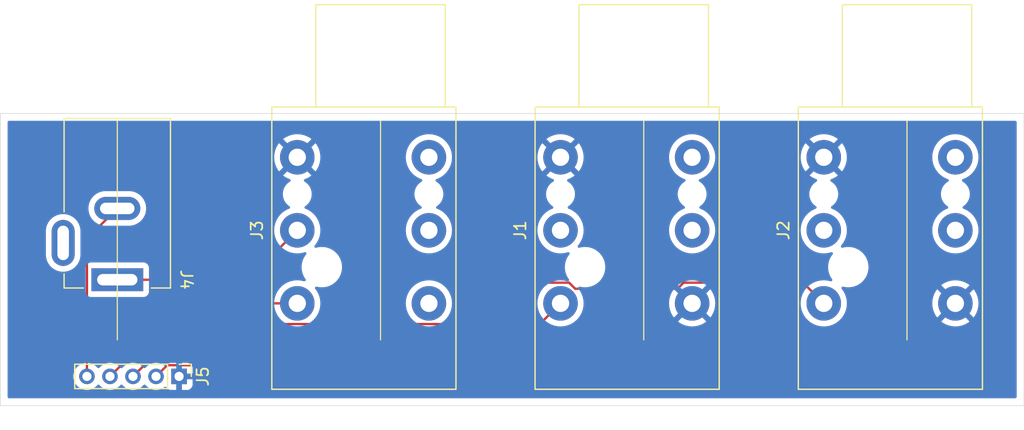
<source format=kicad_pcb>
(kicad_pcb (version 20240108) (generator "pcbnew") (generator_version "8.0")
  (layers (0 "F.Cu" signal) (31 "B.Cu" signal) (34 "B.Paste" user) (35 "F.Paste" user) (36 "B.SilkS" user "B.Silkscreen") (37 "F.SilkS" user "F.Silkscreen") (38 "B.Mask" user) (39 "F.Mask" user) (44 "Edge.Cuts" user))
  (net 0 "")
  (net 2 "GND")
  (net 4 "Net-(J5-Pin_2)")
  (net 10 "Net-(J3-PadR)")
  (net 14 "Net-(J5-Pin_3)")
  (net 15 "Net-(J5-Pin_4)")
  (net 16 "Net-(J5-Pin_5)")
  (footprint "Connector_PinHeader_2.00mm:PinHeader_1x05_P2.00mm_Vertical" (layer "F.Cu") (at 110.775 111.76 -90)
    (property "Reference" "J5" (at 0 -2.06 90) (layer "F.SilkS"))
    (property "Value" "Conn_01x05")
    (fp_line (start -1.06 9.06) (end 1.06 9.06) (stroke (width 0.12)) (layer "F.SilkS"))
    (fp_line (start -1.06 1) (end -1.06 9.06) (stroke (width 0.12)) (layer "F.SilkS"))
    (fp_line (start -1.06 1) (end 1.06 1) (stroke (width 0.12)) (layer "F.SilkS"))
    (fp_line (start 1.06 1) (end 1.06 9.06) (stroke (width 0.12)) (layer "F.SilkS"))
    (fp_line (start -1.06 0) (end -1.06 -1.06) (stroke (width 0.12)) (layer "F.SilkS"))
    (fp_line (start -1.06 -1.06) (end 0 -1.06) (stroke (width 0.12)) (layer "F.SilkS"))
    (pad "1" thru_hole rect (at 0 0 270) (size 1.35 1.35) (drill 0.8) (layers "*.Cu" "*.Mask") (net 2 "GND"))
    (pad "2" thru_hole oval (at 0 2 270) (size 1.35 1.35) (drill 0.8) (layers "*.Cu" "*.Mask") (net 4 "Net-(J5-Pin_2)"))
    (pad "3" thru_hole oval (at 0 4 270) (size 1.35 1.35) (drill 0.8) (layers "*.Cu" "*.Mask") (net 14 "Net-(J5-Pin_3)"))
    (pad "4" thru_hole oval (at 0 6 270) (size 1.35 1.35) (drill 0.8) (layers "*.Cu" "*.Mask") (net 15 "Net-(J5-Pin_4)"))
    (pad "5" thru_hole oval (at 0 8 270) (size 1.35 1.35) (drill 0.8) (layers "*.Cu" "*.Mask") (net 16 "Net-(J5-Pin_5)"))
  )
  (footprint "Connector_Audio:Jack_6.35mm_Neutrik_NRJ6HF_Horizontal" (layer "F.Cu") (at 121.04116 105.41 90)
    (property "Reference" "J3" (at 6.35 -3.5 90) (layer "F.SilkS"))
    (property "Value" "NRJ6HF")
    (fp_line (start 17.07 -2.21) (end 17.07 13.78) (stroke (width 0.12)) (layer "F.SilkS"))
    (fp_line (start -7.47 -2.21) (end 17.07 -2.21) (stroke (width 0.12)) (layer "F.SilkS"))
    (fp_line (start 25.97 1.61) (end 17.07 1.61) (stroke (width 0.12)) (layer "F.SilkS"))
    (fp_line (start 25.97 12.85) (end 25.97 1.61) (stroke (width 0.12)) (layer "F.SilkS"))
    (fp_line (start 25.97 12.85) (end 17.07 12.85) (stroke (width 0.12)) (layer "F.SilkS"))
    (fp_line (start -7.47 13.78) (end -7.47 -2.21) (stroke (width 0.12)) (layer "F.SilkS"))
    (fp_line (start -7.47 13.78) (end 17.07 13.78) (stroke (width 0.12)) (layer "F.SilkS"))
    (pad "" np_thru_hole circle (at 3.15 2.13 90) (size 3 3) (drill 3) (layers "*.Cu" "*.Mask"))
    (pad "" np_thru_hole circle (at 9.5 0 90) (size 2 2) (drill 2) (layers "*.Cu" "*.Mask"))
    (pad "" np_thru_hole circle (at 9.5 11.43 90) (size 2 2) (drill 2) (layers "*.Cu" "*.Mask"))
    (pad "R" thru_hole circle (at 6.35 0 90) (size 3 3) (drill 1.5) (layers "*.Cu" "*.Mask") (net 10 "Net-(J3-PadR)"))
    (pad "RN" thru_hole circle (at 6.35 11.43 90) (size 3 3) (drill 1.5) (layers "*.Cu" "*.Mask"))
    (pad "S" thru_hole circle (at 12.7 0 90) (size 3 3) (drill 1.5) (layers "*.Cu" "*.Mask") (net 2 "GND"))
    (pad "SN" thru_hole circle (at 12.7 11.43 90) (size 3 3) (drill 1.5) (layers "*.Cu" "*.Mask"))
    (pad "T" thru_hole circle (at 0 0 90) (size 3 3) (drill 1.5) (layers "*.Cu" "*.Mask") (net 15 "Net-(J5-Pin_4)"))
    (pad "TN" thru_hole circle (at 0 11.43 90) (size 3 3) (drill 1.5) (layers "*.Cu" "*.Mask"))
  )
  (footprint "Connector_BarrelJack:BarrelJack_Kycon_KLDX-0202-xC_Horizontal" (layer "F.Cu") (at 105.41 103.355 -90)
    (property "Reference" "J4" (at 0 -6 -90) (layer "F.SilkS"))
    (property "Value" "Barrel_Jack_Switch")
    (fp_line (start -14.02 4.62) (end -5.9 4.62) (stroke (width 0.12)) (layer "F.SilkS"))
    (fp_line (start -0.5 4.62) (end 0.72 4.62) (stroke (width 0.12)) (layer "F.SilkS"))
    (fp_line (start 0.72 4.62) (end 0.72 2.95) (stroke (width 0.12)) (layer "F.SilkS"))
    (fp_line (start 0.72 -2.95) (end 0.72 -4.62) (stroke (width 0.12)) (layer "F.SilkS"))
    (fp_line (start -14.02 -4.62) (end -14.02 4.62) (stroke (width 0.12)) (layer "F.SilkS"))
    (fp_line (start 0.72 -4.62) (end -14.02 -4.62) (stroke (width 0.12)) (layer "F.SilkS"))
    (pad "1" thru_hole rect (at 0 0 270) (size 2 4.5) (drill oval 1 3.5) (layers "*.Cu" "*.Mask") (net 10 "Net-(J3-PadR)"))
    (pad "2" thru_hole oval (at -6.2 0 270) (size 2 4) (drill oval 1 3) (layers "*.Cu" "*.Mask") (net 16 "Net-(J5-Pin_5)"))
    (pad "3" thru_hole oval (at -3.2 4.7) (size 2 4) (drill oval 1 3) (layers "*.Cu" "*.Mask"))
  )
  (footprint "Connector_Audio:Jack_6.35mm_Neutrik_NRJ6HF_Horizontal" (layer "F.Cu") (at 166.76116 105.41 90)
    (property "Reference" "J2" (at 6.35 -3.5 90) (layer "F.SilkS"))
    (property "Value" "NRJ6HF")
    (fp_line (start 17.07 -2.21) (end 17.07 13.78) (stroke (width 0.12)) (layer "F.SilkS"))
    (fp_line (start -7.47 -2.21) (end 17.07 -2.21) (stroke (width 0.12)) (layer "F.SilkS"))
    (fp_line (start 25.97 1.61) (end 17.07 1.61) (stroke (width 0.12)) (layer "F.SilkS"))
    (fp_line (start 25.97 12.85) (end 25.97 1.61) (stroke (width 0.12)) (layer "F.SilkS"))
    (fp_line (start 25.97 12.85) (end 17.07 12.85) (stroke (width 0.12)) (layer "F.SilkS"))
    (fp_line (start -7.47 13.78) (end -7.47 -2.21) (stroke (width 0.12)) (layer "F.SilkS"))
    (fp_line (start -7.47 13.78) (end 17.07 13.78) (stroke (width 0.12)) (layer "F.SilkS"))
    (pad "" np_thru_hole circle (at 3.15 2.13 90) (size 3 3) (drill 3) (layers "*.Cu" "*.Mask"))
    (pad "" np_thru_hole circle (at 9.5 0 90) (size 2 2) (drill 2) (layers "*.Cu" "*.Mask"))
    (pad "" np_thru_hole circle (at 9.5 11.43 90) (size 2 2) (drill 2) (layers "*.Cu" "*.Mask"))
    (pad "R" thru_hole circle (at 6.35 0 90) (size 3 3) (drill 1.5) (layers "*.Cu" "*.Mask"))
    (pad "RN" thru_hole circle (at 6.35 11.43 90) (size 3 3) (drill 1.5) (layers "*.Cu" "*.Mask"))
    (pad "S" thru_hole circle (at 12.7 0 90) (size 3 3) (drill 1.5) (layers "*.Cu" "*.Mask") (net 2 "GND"))
    (pad "SN" thru_hole circle (at 12.7 11.43 90) (size 3 3) (drill 1.5) (layers "*.Cu" "*.Mask"))
    (pad "T" thru_hole circle (at 0 0 90) (size 3 3) (drill 1.5) (layers "*.Cu" "*.Mask") (net 14 "Net-(J5-Pin_3)"))
    (pad "TN" thru_hole circle (at 0 11.43 90) (size 3 3) (drill 1.5) (layers "*.Cu" "*.Mask") (net 2 "GND"))
  )
  (footprint "Connector_Audio:Jack_6.35mm_Neutrik_NRJ6HF_Horizontal" (layer "F.Cu") (at 143.90116 105.41 90)
    (property "Reference" "J1" (at 6.35 -3.5 90) (layer "F.SilkS"))
    (property "Value" "NRJ6HF")
    (fp_line (start 17.07 -2.21) (end 17.07 13.78) (stroke (width 0.12)) (layer "F.SilkS"))
    (fp_line (start -7.47 -2.21) (end 17.07 -2.21) (stroke (width 0.12)) (layer "F.SilkS"))
    (fp_line (start 25.97 1.61) (end 17.07 1.61) (stroke (width 0.12)) (layer "F.SilkS"))
    (fp_line (start 25.97 12.85) (end 25.97 1.61) (stroke (width 0.12)) (layer "F.SilkS"))
    (fp_line (start 25.97 12.85) (end 17.07 12.85) (stroke (width 0.12)) (layer "F.SilkS"))
    (fp_line (start -7.47 13.78) (end -7.47 -2.21) (stroke (width 0.12)) (layer "F.SilkS"))
    (fp_line (start -7.47 13.78) (end 17.07 13.78) (stroke (width 0.12)) (layer "F.SilkS"))
    (pad "" np_thru_hole circle (at 3.15 2.13 90) (size 3 3) (drill 3) (layers "*.Cu" "*.Mask"))
    (pad "" np_thru_hole circle (at 9.5 0 90) (size 2 2) (drill 2) (layers "*.Cu" "*.Mask"))
    (pad "" np_thru_hole circle (at 9.5 11.43 90) (size 2 2) (drill 2) (layers "*.Cu" "*.Mask"))
    (pad "R" thru_hole circle (at 6.35 0 90) (size 3 3) (drill 1.5) (layers "*.Cu" "*.Mask"))
    (pad "RN" thru_hole circle (at 6.35 11.43 90) (size 3 3) (drill 1.5) (layers "*.Cu" "*.Mask"))
    (pad "S" thru_hole circle (at 12.7 0 90) (size 3 3) (drill 1.5) (layers "*.Cu" "*.Mask") (net 2 "GND"))
    (pad "SN" thru_hole circle (at 12.7 11.43 90) (size 3 3) (drill 1.5) (layers "*.Cu" "*.Mask"))
    (pad "T" thru_hole circle (at 0 0 90) (size 3 3) (drill 1.5) (layers "*.Cu" "*.Mask") (net 4 "Net-(J5-Pin_2)"))
    (pad "TN" thru_hole circle (at 0 11.43 90) (size 3 3) (drill 1.5) (layers "*.Cu" "*.Mask") (net 2 "GND"))
  )
  (gr_line (start 173.99 89.535) (end 173.99 108.585) (stroke (width 0.1)) (layer "F.SilkS"))
  (gr_line (start 151.13 89.535) (end 151.13 108.585) (stroke (width 0.1)) (layer "F.SilkS"))
  (gr_line (start 128.27 89.535) (end 128.27 108.585) (stroke (width 0.1)) (layer "F.SilkS"))
  (gr_line (start 105.41 89.535) (end 105.41 108.585) (stroke (width 0.1)) (layer "F.SilkS"))
  (gr_rect (start 95.25 88.9) (end 184.15 114.3) (stroke (width 0.05)) (fill none) (layer "Edge.Cuts"))
  (segment (start 138.52616 110.785) (end 143.90116 105.41) (width 0.2) (layer "F.Cu") (net 4))
  (segment (start 109.75 110.785) (end 138.52616 110.785) (width 0.2) (layer "F.Cu") (net 4))
  (segment (start 108.775 111.76) (end 109.75 110.785) (width 0.2) (layer "F.Cu") (net 4))
  (segment (start 116.74616 103.355) (end 121.04116 99.06) (width 0.2) (layer "F.Cu") (net 10))
  (segment (start 105.41 103.355) (end 116.74616 103.355) (width 0.2) (layer "F.Cu") (net 10))
  (segment (start 145.176745 104.14) (end 154.055575 104.14) (width 0.2) (layer "F.Cu") (net 14))
  (segment (start 154.055575 104.14) (end 154.585575 103.61) (width 0.2) (layer "F.Cu") (net 14))
  (segment (start 138.535 107.21) (end 142.135 103.61) (width 0.2) (layer "F.Cu") (net 14))
  (segment (start 142.135 103.61) (end 144.646745 103.61) (width 0.2) (layer "F.Cu") (net 14))
  (segment (start 144.646745 103.61) (end 145.176745 104.14) (width 0.2) (layer "F.Cu") (net 14))
  (segment (start 164.96116 103.61) (end 166.76116 105.41) (width 0.2) (layer "F.Cu") (net 14))
  (segment (start 111.325 107.21) (end 138.535 107.21) (width 0.2) (layer "F.Cu") (net 14))
  (segment (start 154.585575 103.61) (end 164.96116 103.61) (width 0.2) (layer "F.Cu") (net 14))
  (segment (start 106.775 111.76) (end 111.325 107.21) (width 0.2) (layer "F.Cu") (net 14))
  (segment (start 104.775 111.76) (end 111.125 105.41) (width 0.2) (layer "F.Cu") (net 15))
  (segment (start 111.125 105.41) (end 121.04116 105.41) (width 0.2) (layer "F.Cu") (net 15))
  (segment (start 102.775 99.79) (end 105.41 97.155) (width 0.2) (layer "F.Cu") (net 16))
  (segment (start 102.775 111.76) (end 102.775 99.79) (width 0.2) (layer "F.Cu") (net 16))
  (zone (net 2) (net_name "GND") (layer "B.Cu") (connect_pads (clearance 0.5)) (min_thickness 0.25) (fill yes (thermal_gap 0.5) (thermal_bridge_width 0.5))
    (polygon (pts (xy 95.885 89.535) (xy 95.885 113.665) (xy 183.515 113.665) (xy 183.515 89.535)))
  )
)
</source>
